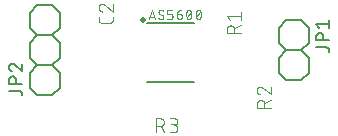
<source format=gbr>
G04 EAGLE Gerber RS-274X export*
G75*
%MOMM*%
%FSLAX34Y34*%
%LPD*%
%INSilkscreen Top*%
%IPPOS*%
%AMOC8*
5,1,8,0,0,1.08239X$1,22.5*%
G01*
%ADD10C,0.101600*%
%ADD11C,0.152400*%
%ADD12C,0.127000*%
%ADD13C,0.508000*%


D10*
X591942Y655586D02*
X591942Y652989D01*
X591940Y652890D01*
X591934Y652790D01*
X591925Y652691D01*
X591912Y652593D01*
X591895Y652495D01*
X591874Y652397D01*
X591849Y652301D01*
X591821Y652206D01*
X591789Y652112D01*
X591754Y652019D01*
X591715Y651927D01*
X591672Y651837D01*
X591627Y651749D01*
X591577Y651662D01*
X591525Y651578D01*
X591469Y651495D01*
X591411Y651415D01*
X591349Y651337D01*
X591284Y651262D01*
X591216Y651189D01*
X591146Y651119D01*
X591073Y651051D01*
X590998Y650986D01*
X590920Y650924D01*
X590840Y650866D01*
X590757Y650810D01*
X590673Y650758D01*
X590586Y650708D01*
X590498Y650663D01*
X590408Y650620D01*
X590316Y650581D01*
X590223Y650546D01*
X590129Y650514D01*
X590034Y650486D01*
X589938Y650461D01*
X589840Y650440D01*
X589742Y650423D01*
X589644Y650410D01*
X589545Y650401D01*
X589445Y650395D01*
X589346Y650393D01*
X582854Y650393D01*
X582854Y650392D02*
X582755Y650394D01*
X582655Y650400D01*
X582556Y650409D01*
X582458Y650422D01*
X582360Y650440D01*
X582262Y650460D01*
X582166Y650485D01*
X582070Y650513D01*
X581976Y650545D01*
X581883Y650580D01*
X581792Y650619D01*
X581702Y650662D01*
X581613Y650707D01*
X581527Y650757D01*
X581442Y650809D01*
X581360Y650865D01*
X581280Y650924D01*
X581202Y650985D01*
X581126Y651050D01*
X581053Y651118D01*
X580983Y651188D01*
X580915Y651261D01*
X580850Y651337D01*
X580789Y651415D01*
X580730Y651495D01*
X580674Y651577D01*
X580622Y651662D01*
X580573Y651748D01*
X580527Y651837D01*
X580484Y651927D01*
X580445Y652018D01*
X580410Y652111D01*
X580378Y652205D01*
X580350Y652301D01*
X580325Y652397D01*
X580305Y652495D01*
X580287Y652593D01*
X580274Y652691D01*
X580265Y652790D01*
X580259Y652889D01*
X580257Y652989D01*
X580258Y652989D02*
X580258Y655586D01*
X580258Y663521D02*
X580260Y663628D01*
X580266Y663734D01*
X580276Y663840D01*
X580289Y663946D01*
X580307Y664052D01*
X580328Y664156D01*
X580353Y664260D01*
X580382Y664363D01*
X580414Y664464D01*
X580451Y664564D01*
X580491Y664663D01*
X580534Y664761D01*
X580581Y664857D01*
X580632Y664951D01*
X580686Y665043D01*
X580743Y665133D01*
X580803Y665221D01*
X580867Y665306D01*
X580934Y665389D01*
X581004Y665470D01*
X581076Y665548D01*
X581152Y665624D01*
X581230Y665696D01*
X581311Y665766D01*
X581394Y665833D01*
X581479Y665897D01*
X581567Y665957D01*
X581657Y666014D01*
X581749Y666068D01*
X581843Y666119D01*
X581939Y666166D01*
X582037Y666209D01*
X582136Y666249D01*
X582236Y666286D01*
X582337Y666318D01*
X582440Y666347D01*
X582544Y666372D01*
X582648Y666393D01*
X582754Y666411D01*
X582860Y666424D01*
X582966Y666434D01*
X583072Y666440D01*
X583179Y666442D01*
X580258Y663521D02*
X580260Y663400D01*
X580266Y663279D01*
X580276Y663159D01*
X580289Y663038D01*
X580307Y662919D01*
X580328Y662799D01*
X580353Y662681D01*
X580382Y662564D01*
X580415Y662447D01*
X580451Y662332D01*
X580492Y662218D01*
X580535Y662105D01*
X580583Y661993D01*
X580634Y661884D01*
X580689Y661776D01*
X580747Y661669D01*
X580808Y661565D01*
X580873Y661463D01*
X580941Y661363D01*
X581012Y661265D01*
X581086Y661169D01*
X581163Y661076D01*
X581244Y660986D01*
X581327Y660898D01*
X581413Y660813D01*
X581502Y660730D01*
X581593Y660651D01*
X581687Y660574D01*
X581783Y660501D01*
X581881Y660431D01*
X581982Y660364D01*
X582085Y660300D01*
X582190Y660240D01*
X582297Y660182D01*
X582405Y660129D01*
X582515Y660079D01*
X582627Y660033D01*
X582740Y659990D01*
X582855Y659951D01*
X585451Y665468D02*
X585373Y665547D01*
X585293Y665623D01*
X585210Y665696D01*
X585124Y665766D01*
X585037Y665833D01*
X584946Y665897D01*
X584854Y665957D01*
X584760Y666015D01*
X584663Y666069D01*
X584565Y666119D01*
X584465Y666166D01*
X584364Y666210D01*
X584261Y666250D01*
X584156Y666286D01*
X584051Y666318D01*
X583944Y666347D01*
X583837Y666372D01*
X583728Y666394D01*
X583619Y666411D01*
X583510Y666425D01*
X583400Y666434D01*
X583289Y666440D01*
X583179Y666442D01*
X585451Y665468D02*
X591942Y659951D01*
X591942Y666442D01*
D11*
X757800Y646250D02*
X757800Y633550D01*
X751450Y627200D01*
X738750Y627200D01*
X732400Y633550D01*
X738750Y652600D02*
X751450Y652600D01*
X757800Y646250D01*
X738750Y652600D02*
X732400Y646250D01*
X732400Y633550D01*
X751450Y627200D02*
X757800Y620850D01*
X757800Y608150D01*
X751450Y601800D01*
X738750Y601800D01*
X732400Y608150D01*
X732400Y620850D01*
X738750Y627200D01*
D12*
X764023Y629538D02*
X772913Y629538D01*
X773013Y629536D01*
X773112Y629530D01*
X773212Y629520D01*
X773310Y629507D01*
X773409Y629489D01*
X773506Y629468D01*
X773602Y629443D01*
X773698Y629414D01*
X773792Y629381D01*
X773885Y629345D01*
X773976Y629305D01*
X774066Y629261D01*
X774154Y629214D01*
X774240Y629164D01*
X774324Y629110D01*
X774406Y629053D01*
X774485Y628993D01*
X774563Y628929D01*
X774637Y628863D01*
X774709Y628794D01*
X774778Y628722D01*
X774844Y628648D01*
X774908Y628570D01*
X774968Y628491D01*
X775025Y628409D01*
X775079Y628325D01*
X775129Y628239D01*
X775176Y628151D01*
X775220Y628061D01*
X775260Y627970D01*
X775296Y627877D01*
X775329Y627783D01*
X775358Y627687D01*
X775383Y627591D01*
X775404Y627494D01*
X775422Y627395D01*
X775435Y627297D01*
X775445Y627197D01*
X775451Y627098D01*
X775453Y626998D01*
X775453Y625728D01*
X775453Y635519D02*
X764023Y635519D01*
X764023Y638694D01*
X764025Y638805D01*
X764031Y638915D01*
X764040Y639026D01*
X764054Y639136D01*
X764071Y639245D01*
X764092Y639354D01*
X764117Y639462D01*
X764146Y639569D01*
X764178Y639675D01*
X764214Y639780D01*
X764254Y639883D01*
X764297Y639985D01*
X764344Y640086D01*
X764395Y640185D01*
X764448Y640282D01*
X764505Y640376D01*
X764566Y640469D01*
X764629Y640560D01*
X764696Y640649D01*
X764766Y640735D01*
X764839Y640818D01*
X764914Y640900D01*
X764992Y640978D01*
X765074Y641053D01*
X765157Y641126D01*
X765243Y641196D01*
X765332Y641263D01*
X765423Y641326D01*
X765516Y641387D01*
X765611Y641444D01*
X765707Y641497D01*
X765806Y641548D01*
X765907Y641595D01*
X766009Y641638D01*
X766112Y641678D01*
X766217Y641714D01*
X766323Y641746D01*
X766430Y641775D01*
X766538Y641800D01*
X766647Y641821D01*
X766756Y641838D01*
X766866Y641852D01*
X766977Y641861D01*
X767087Y641867D01*
X767198Y641869D01*
X767309Y641867D01*
X767419Y641861D01*
X767530Y641852D01*
X767640Y641838D01*
X767749Y641821D01*
X767858Y641800D01*
X767966Y641775D01*
X768073Y641746D01*
X768179Y641714D01*
X768284Y641678D01*
X768387Y641638D01*
X768489Y641595D01*
X768590Y641548D01*
X768689Y641497D01*
X768786Y641444D01*
X768880Y641387D01*
X768973Y641326D01*
X769064Y641263D01*
X769153Y641196D01*
X769239Y641126D01*
X769322Y641053D01*
X769404Y640978D01*
X769482Y640900D01*
X769557Y640818D01*
X769630Y640735D01*
X769700Y640649D01*
X769767Y640560D01*
X769830Y640469D01*
X769891Y640376D01*
X769948Y640282D01*
X770001Y640185D01*
X770052Y640086D01*
X770099Y639985D01*
X770142Y639883D01*
X770182Y639780D01*
X770218Y639675D01*
X770250Y639569D01*
X770279Y639462D01*
X770304Y639354D01*
X770325Y639245D01*
X770342Y639136D01*
X770356Y639026D01*
X770365Y638915D01*
X770371Y638805D01*
X770373Y638694D01*
X770373Y635519D01*
X766563Y646377D02*
X764023Y649552D01*
X775453Y649552D01*
X775453Y646377D02*
X775453Y652727D01*
D11*
X521700Y608150D02*
X521700Y595450D01*
X521700Y608150D02*
X528050Y614500D01*
X540750Y614500D01*
X547100Y608150D01*
X528050Y614500D02*
X521700Y620850D01*
X521700Y633550D01*
X528050Y639900D01*
X540750Y639900D01*
X547100Y633550D01*
X547100Y620850D01*
X540750Y614500D01*
X540750Y589100D02*
X528050Y589100D01*
X521700Y595450D01*
X540750Y589100D02*
X547100Y595450D01*
X547100Y608150D01*
X528050Y639900D02*
X521700Y646250D01*
X521700Y658950D01*
X528050Y665300D01*
X540750Y665300D01*
X547100Y658950D01*
X547100Y646250D01*
X540750Y639900D01*
D12*
X512937Y592783D02*
X504047Y592783D01*
X512937Y592783D02*
X513037Y592781D01*
X513136Y592775D01*
X513236Y592765D01*
X513334Y592752D01*
X513433Y592734D01*
X513530Y592713D01*
X513626Y592688D01*
X513722Y592659D01*
X513816Y592626D01*
X513909Y592590D01*
X514000Y592550D01*
X514090Y592506D01*
X514178Y592459D01*
X514264Y592409D01*
X514348Y592355D01*
X514430Y592298D01*
X514509Y592238D01*
X514587Y592174D01*
X514661Y592108D01*
X514733Y592039D01*
X514802Y591967D01*
X514868Y591893D01*
X514932Y591815D01*
X514992Y591736D01*
X515049Y591654D01*
X515103Y591570D01*
X515153Y591484D01*
X515200Y591396D01*
X515244Y591306D01*
X515284Y591215D01*
X515320Y591122D01*
X515353Y591028D01*
X515382Y590932D01*
X515407Y590836D01*
X515428Y590739D01*
X515446Y590640D01*
X515459Y590542D01*
X515469Y590442D01*
X515475Y590343D01*
X515477Y590243D01*
X515477Y588973D01*
X515477Y598763D02*
X504047Y598763D01*
X504047Y601938D01*
X504049Y602049D01*
X504055Y602159D01*
X504064Y602270D01*
X504078Y602380D01*
X504095Y602489D01*
X504116Y602598D01*
X504141Y602706D01*
X504170Y602813D01*
X504202Y602919D01*
X504238Y603024D01*
X504278Y603127D01*
X504321Y603229D01*
X504368Y603330D01*
X504419Y603429D01*
X504472Y603526D01*
X504529Y603620D01*
X504590Y603713D01*
X504653Y603804D01*
X504720Y603893D01*
X504790Y603979D01*
X504863Y604062D01*
X504938Y604144D01*
X505016Y604222D01*
X505098Y604297D01*
X505181Y604370D01*
X505267Y604440D01*
X505356Y604507D01*
X505447Y604570D01*
X505540Y604631D01*
X505635Y604688D01*
X505731Y604741D01*
X505830Y604792D01*
X505931Y604839D01*
X506033Y604882D01*
X506136Y604922D01*
X506241Y604958D01*
X506347Y604990D01*
X506454Y605019D01*
X506562Y605044D01*
X506671Y605065D01*
X506780Y605082D01*
X506890Y605096D01*
X507001Y605105D01*
X507111Y605111D01*
X507222Y605113D01*
X507333Y605111D01*
X507443Y605105D01*
X507554Y605096D01*
X507664Y605082D01*
X507773Y605065D01*
X507882Y605044D01*
X507990Y605019D01*
X508097Y604990D01*
X508203Y604958D01*
X508308Y604922D01*
X508411Y604882D01*
X508513Y604839D01*
X508614Y604792D01*
X508713Y604741D01*
X508810Y604688D01*
X508904Y604631D01*
X508997Y604570D01*
X509088Y604507D01*
X509177Y604440D01*
X509263Y604370D01*
X509346Y604297D01*
X509428Y604222D01*
X509506Y604144D01*
X509581Y604062D01*
X509654Y603979D01*
X509724Y603893D01*
X509791Y603804D01*
X509854Y603713D01*
X509915Y603620D01*
X509972Y603526D01*
X510025Y603429D01*
X510076Y603330D01*
X510123Y603229D01*
X510166Y603127D01*
X510206Y603024D01*
X510242Y602919D01*
X510274Y602813D01*
X510303Y602706D01*
X510328Y602598D01*
X510349Y602489D01*
X510366Y602380D01*
X510380Y602270D01*
X510389Y602159D01*
X510395Y602049D01*
X510397Y601938D01*
X510397Y598763D01*
X504047Y613114D02*
X504049Y613218D01*
X504055Y613323D01*
X504064Y613427D01*
X504077Y613530D01*
X504095Y613633D01*
X504115Y613735D01*
X504140Y613837D01*
X504168Y613937D01*
X504200Y614037D01*
X504236Y614135D01*
X504275Y614232D01*
X504317Y614327D01*
X504363Y614421D01*
X504413Y614513D01*
X504465Y614603D01*
X504521Y614691D01*
X504581Y614777D01*
X504643Y614861D01*
X504708Y614942D01*
X504776Y615021D01*
X504848Y615098D01*
X504921Y615171D01*
X504998Y615243D01*
X505077Y615311D01*
X505158Y615376D01*
X505242Y615438D01*
X505328Y615498D01*
X505416Y615554D01*
X505506Y615606D01*
X505598Y615656D01*
X505692Y615702D01*
X505787Y615744D01*
X505884Y615783D01*
X505982Y615819D01*
X506082Y615851D01*
X506182Y615879D01*
X506284Y615904D01*
X506386Y615924D01*
X506489Y615942D01*
X506592Y615955D01*
X506696Y615964D01*
X506801Y615970D01*
X506905Y615972D01*
X504047Y613114D02*
X504049Y612996D01*
X504055Y612877D01*
X504064Y612759D01*
X504077Y612642D01*
X504095Y612525D01*
X504115Y612408D01*
X504140Y612292D01*
X504168Y612177D01*
X504201Y612064D01*
X504236Y611951D01*
X504276Y611839D01*
X504318Y611729D01*
X504365Y611620D01*
X504415Y611512D01*
X504468Y611407D01*
X504525Y611303D01*
X504585Y611201D01*
X504648Y611101D01*
X504715Y611003D01*
X504784Y610907D01*
X504857Y610814D01*
X504933Y610723D01*
X505011Y610634D01*
X505093Y610548D01*
X505177Y610465D01*
X505263Y610384D01*
X505353Y610307D01*
X505444Y610232D01*
X505538Y610160D01*
X505635Y610091D01*
X505733Y610026D01*
X505834Y609963D01*
X505937Y609904D01*
X506041Y609848D01*
X506147Y609796D01*
X506255Y609747D01*
X506364Y609702D01*
X506475Y609660D01*
X506587Y609622D01*
X509127Y615020D02*
X509052Y615096D01*
X508973Y615171D01*
X508892Y615242D01*
X508808Y615311D01*
X508722Y615376D01*
X508634Y615438D01*
X508544Y615498D01*
X508452Y615554D01*
X508357Y615607D01*
X508261Y615656D01*
X508163Y615702D01*
X508064Y615745D01*
X507963Y615784D01*
X507861Y615819D01*
X507758Y615851D01*
X507654Y615879D01*
X507549Y615904D01*
X507442Y615925D01*
X507336Y615942D01*
X507229Y615955D01*
X507121Y615964D01*
X507013Y615970D01*
X506905Y615972D01*
X509127Y615019D02*
X515477Y609622D01*
X515477Y615972D01*
D10*
X688558Y641758D02*
X700242Y641758D01*
X688558Y641758D02*
X688558Y645004D01*
X688560Y645117D01*
X688566Y645230D01*
X688576Y645343D01*
X688590Y645456D01*
X688607Y645568D01*
X688629Y645679D01*
X688654Y645789D01*
X688684Y645899D01*
X688717Y646007D01*
X688754Y646114D01*
X688794Y646220D01*
X688839Y646324D01*
X688887Y646427D01*
X688938Y646528D01*
X688993Y646627D01*
X689051Y646724D01*
X689113Y646819D01*
X689178Y646912D01*
X689246Y647002D01*
X689317Y647090D01*
X689392Y647176D01*
X689469Y647259D01*
X689549Y647339D01*
X689632Y647416D01*
X689718Y647491D01*
X689806Y647562D01*
X689896Y647630D01*
X689989Y647695D01*
X690084Y647757D01*
X690181Y647815D01*
X690280Y647870D01*
X690381Y647921D01*
X690484Y647969D01*
X690588Y648014D01*
X690694Y648054D01*
X690801Y648091D01*
X690909Y648124D01*
X691019Y648154D01*
X691129Y648179D01*
X691240Y648201D01*
X691352Y648218D01*
X691465Y648232D01*
X691578Y648242D01*
X691691Y648248D01*
X691804Y648250D01*
X691917Y648248D01*
X692030Y648242D01*
X692143Y648232D01*
X692256Y648218D01*
X692368Y648201D01*
X692479Y648179D01*
X692589Y648154D01*
X692699Y648124D01*
X692807Y648091D01*
X692914Y648054D01*
X693020Y648014D01*
X693124Y647969D01*
X693227Y647921D01*
X693328Y647870D01*
X693427Y647815D01*
X693524Y647757D01*
X693619Y647695D01*
X693712Y647630D01*
X693802Y647562D01*
X693890Y647491D01*
X693976Y647416D01*
X694059Y647339D01*
X694139Y647259D01*
X694216Y647176D01*
X694291Y647090D01*
X694362Y647002D01*
X694430Y646912D01*
X694495Y646819D01*
X694557Y646724D01*
X694615Y646627D01*
X694670Y646528D01*
X694721Y646427D01*
X694769Y646324D01*
X694814Y646220D01*
X694854Y646114D01*
X694891Y646007D01*
X694924Y645899D01*
X694954Y645789D01*
X694979Y645679D01*
X695001Y645568D01*
X695018Y645456D01*
X695032Y645343D01*
X695042Y645230D01*
X695048Y645117D01*
X695050Y645004D01*
X695049Y645004D02*
X695049Y641758D01*
X695049Y645653D02*
X700242Y648249D01*
X691154Y653114D02*
X688558Y656360D01*
X700242Y656360D01*
X700242Y659605D02*
X700242Y653114D01*
X713958Y578495D02*
X725642Y578495D01*
X713958Y578495D02*
X713958Y581740D01*
X713960Y581853D01*
X713966Y581966D01*
X713976Y582079D01*
X713990Y582192D01*
X714007Y582304D01*
X714029Y582415D01*
X714054Y582525D01*
X714084Y582635D01*
X714117Y582743D01*
X714154Y582850D01*
X714194Y582956D01*
X714239Y583060D01*
X714287Y583163D01*
X714338Y583264D01*
X714393Y583363D01*
X714451Y583460D01*
X714513Y583555D01*
X714578Y583648D01*
X714646Y583738D01*
X714717Y583826D01*
X714792Y583912D01*
X714869Y583995D01*
X714949Y584075D01*
X715032Y584152D01*
X715118Y584227D01*
X715206Y584298D01*
X715296Y584366D01*
X715389Y584431D01*
X715484Y584493D01*
X715581Y584551D01*
X715680Y584606D01*
X715781Y584657D01*
X715884Y584705D01*
X715988Y584750D01*
X716094Y584790D01*
X716201Y584827D01*
X716309Y584860D01*
X716419Y584890D01*
X716529Y584915D01*
X716640Y584937D01*
X716752Y584954D01*
X716865Y584968D01*
X716978Y584978D01*
X717091Y584984D01*
X717204Y584986D01*
X717317Y584984D01*
X717430Y584978D01*
X717543Y584968D01*
X717656Y584954D01*
X717768Y584937D01*
X717879Y584915D01*
X717989Y584890D01*
X718099Y584860D01*
X718207Y584827D01*
X718314Y584790D01*
X718420Y584750D01*
X718524Y584705D01*
X718627Y584657D01*
X718728Y584606D01*
X718827Y584551D01*
X718924Y584493D01*
X719019Y584431D01*
X719112Y584366D01*
X719202Y584298D01*
X719290Y584227D01*
X719376Y584152D01*
X719459Y584075D01*
X719539Y583995D01*
X719616Y583912D01*
X719691Y583826D01*
X719762Y583738D01*
X719830Y583648D01*
X719895Y583555D01*
X719957Y583460D01*
X720015Y583363D01*
X720070Y583264D01*
X720121Y583163D01*
X720169Y583060D01*
X720214Y582956D01*
X720254Y582850D01*
X720291Y582743D01*
X720324Y582635D01*
X720354Y582525D01*
X720379Y582415D01*
X720401Y582304D01*
X720418Y582192D01*
X720432Y582079D01*
X720442Y581966D01*
X720448Y581853D01*
X720450Y581740D01*
X720449Y581740D02*
X720449Y578495D01*
X720449Y582389D02*
X725642Y584986D01*
X716879Y596342D02*
X716772Y596340D01*
X716666Y596334D01*
X716560Y596324D01*
X716454Y596311D01*
X716348Y596293D01*
X716244Y596272D01*
X716140Y596247D01*
X716037Y596218D01*
X715936Y596186D01*
X715836Y596149D01*
X715737Y596109D01*
X715639Y596066D01*
X715543Y596019D01*
X715449Y595968D01*
X715357Y595914D01*
X715267Y595857D01*
X715179Y595797D01*
X715094Y595733D01*
X715011Y595666D01*
X714930Y595596D01*
X714852Y595524D01*
X714776Y595448D01*
X714704Y595370D01*
X714634Y595289D01*
X714567Y595206D01*
X714503Y595121D01*
X714443Y595033D01*
X714386Y594943D01*
X714332Y594851D01*
X714281Y594757D01*
X714234Y594661D01*
X714191Y594563D01*
X714151Y594464D01*
X714114Y594364D01*
X714082Y594263D01*
X714053Y594160D01*
X714028Y594056D01*
X714007Y593952D01*
X713989Y593846D01*
X713976Y593740D01*
X713966Y593634D01*
X713960Y593528D01*
X713958Y593421D01*
X713960Y593300D01*
X713966Y593179D01*
X713976Y593059D01*
X713989Y592938D01*
X714007Y592819D01*
X714028Y592699D01*
X714053Y592581D01*
X714082Y592464D01*
X714115Y592347D01*
X714151Y592232D01*
X714192Y592118D01*
X714235Y592005D01*
X714283Y591893D01*
X714334Y591784D01*
X714389Y591676D01*
X714447Y591569D01*
X714508Y591465D01*
X714573Y591363D01*
X714641Y591263D01*
X714712Y591165D01*
X714786Y591069D01*
X714863Y590976D01*
X714944Y590886D01*
X715027Y590798D01*
X715113Y590713D01*
X715202Y590630D01*
X715293Y590551D01*
X715387Y590474D01*
X715483Y590401D01*
X715581Y590331D01*
X715682Y590264D01*
X715785Y590200D01*
X715890Y590140D01*
X715997Y590082D01*
X716105Y590029D01*
X716215Y589979D01*
X716327Y589933D01*
X716440Y589890D01*
X716555Y589851D01*
X719151Y595368D02*
X719073Y595447D01*
X718993Y595523D01*
X718910Y595596D01*
X718824Y595666D01*
X718737Y595733D01*
X718646Y595797D01*
X718554Y595857D01*
X718460Y595915D01*
X718363Y595969D01*
X718265Y596019D01*
X718165Y596066D01*
X718064Y596110D01*
X717961Y596150D01*
X717856Y596186D01*
X717751Y596218D01*
X717644Y596247D01*
X717537Y596272D01*
X717428Y596294D01*
X717319Y596311D01*
X717210Y596325D01*
X717100Y596334D01*
X716989Y596340D01*
X716879Y596342D01*
X719151Y595368D02*
X725642Y589851D01*
X725642Y596342D01*
X628895Y569542D02*
X628895Y557858D01*
X628895Y569542D02*
X632140Y569542D01*
X632253Y569540D01*
X632366Y569534D01*
X632479Y569524D01*
X632592Y569510D01*
X632704Y569493D01*
X632815Y569471D01*
X632925Y569446D01*
X633035Y569416D01*
X633143Y569383D01*
X633250Y569346D01*
X633356Y569306D01*
X633460Y569261D01*
X633563Y569213D01*
X633664Y569162D01*
X633763Y569107D01*
X633860Y569049D01*
X633955Y568987D01*
X634048Y568922D01*
X634138Y568854D01*
X634226Y568783D01*
X634312Y568708D01*
X634395Y568631D01*
X634475Y568551D01*
X634552Y568468D01*
X634627Y568382D01*
X634698Y568294D01*
X634766Y568204D01*
X634831Y568111D01*
X634893Y568016D01*
X634951Y567919D01*
X635006Y567820D01*
X635057Y567719D01*
X635105Y567616D01*
X635150Y567512D01*
X635190Y567406D01*
X635227Y567299D01*
X635260Y567191D01*
X635290Y567081D01*
X635315Y566971D01*
X635337Y566860D01*
X635354Y566748D01*
X635368Y566635D01*
X635378Y566522D01*
X635384Y566409D01*
X635386Y566296D01*
X635384Y566183D01*
X635378Y566070D01*
X635368Y565957D01*
X635354Y565844D01*
X635337Y565732D01*
X635315Y565621D01*
X635290Y565511D01*
X635260Y565401D01*
X635227Y565293D01*
X635190Y565186D01*
X635150Y565080D01*
X635105Y564976D01*
X635057Y564873D01*
X635006Y564772D01*
X634951Y564673D01*
X634893Y564576D01*
X634831Y564481D01*
X634766Y564388D01*
X634698Y564298D01*
X634627Y564210D01*
X634552Y564124D01*
X634475Y564041D01*
X634395Y563961D01*
X634312Y563884D01*
X634226Y563809D01*
X634138Y563738D01*
X634048Y563670D01*
X633955Y563605D01*
X633860Y563543D01*
X633763Y563485D01*
X633664Y563430D01*
X633563Y563379D01*
X633460Y563331D01*
X633356Y563286D01*
X633250Y563246D01*
X633143Y563209D01*
X633035Y563176D01*
X632925Y563146D01*
X632815Y563121D01*
X632704Y563099D01*
X632592Y563082D01*
X632479Y563068D01*
X632366Y563058D01*
X632253Y563052D01*
X632140Y563050D01*
X632140Y563051D02*
X628895Y563051D01*
X632789Y563051D02*
X635386Y557858D01*
X640251Y557858D02*
X643496Y557858D01*
X643609Y557860D01*
X643722Y557866D01*
X643835Y557876D01*
X643948Y557890D01*
X644060Y557907D01*
X644171Y557929D01*
X644281Y557954D01*
X644391Y557984D01*
X644499Y558017D01*
X644606Y558054D01*
X644712Y558094D01*
X644816Y558139D01*
X644919Y558187D01*
X645020Y558238D01*
X645119Y558293D01*
X645216Y558351D01*
X645311Y558413D01*
X645404Y558478D01*
X645494Y558546D01*
X645582Y558617D01*
X645668Y558692D01*
X645751Y558769D01*
X645831Y558849D01*
X645908Y558932D01*
X645983Y559018D01*
X646054Y559106D01*
X646122Y559196D01*
X646187Y559289D01*
X646249Y559384D01*
X646307Y559481D01*
X646362Y559580D01*
X646413Y559681D01*
X646461Y559784D01*
X646506Y559888D01*
X646546Y559994D01*
X646583Y560101D01*
X646616Y560209D01*
X646646Y560319D01*
X646671Y560429D01*
X646693Y560540D01*
X646710Y560652D01*
X646724Y560765D01*
X646734Y560878D01*
X646740Y560991D01*
X646742Y561104D01*
X646740Y561217D01*
X646734Y561330D01*
X646724Y561443D01*
X646710Y561556D01*
X646693Y561668D01*
X646671Y561779D01*
X646646Y561889D01*
X646616Y561999D01*
X646583Y562107D01*
X646546Y562214D01*
X646506Y562320D01*
X646461Y562424D01*
X646413Y562527D01*
X646362Y562628D01*
X646307Y562727D01*
X646249Y562824D01*
X646187Y562919D01*
X646122Y563012D01*
X646054Y563102D01*
X645983Y563190D01*
X645908Y563276D01*
X645831Y563359D01*
X645751Y563439D01*
X645668Y563516D01*
X645582Y563591D01*
X645494Y563662D01*
X645404Y563730D01*
X645311Y563795D01*
X645216Y563857D01*
X645119Y563915D01*
X645020Y563970D01*
X644919Y564021D01*
X644816Y564069D01*
X644712Y564114D01*
X644606Y564154D01*
X644499Y564191D01*
X644391Y564224D01*
X644281Y564254D01*
X644171Y564279D01*
X644060Y564301D01*
X643948Y564318D01*
X643835Y564332D01*
X643722Y564342D01*
X643609Y564348D01*
X643496Y564350D01*
X644146Y569542D02*
X640251Y569542D01*
X644146Y569542D02*
X644247Y569540D01*
X644347Y569534D01*
X644447Y569524D01*
X644547Y569511D01*
X644646Y569493D01*
X644745Y569472D01*
X644842Y569447D01*
X644939Y569418D01*
X645034Y569385D01*
X645128Y569349D01*
X645220Y569309D01*
X645311Y569266D01*
X645400Y569219D01*
X645487Y569169D01*
X645573Y569115D01*
X645656Y569058D01*
X645736Y568998D01*
X645815Y568935D01*
X645891Y568868D01*
X645964Y568799D01*
X646034Y568727D01*
X646102Y568653D01*
X646167Y568576D01*
X646228Y568496D01*
X646287Y568414D01*
X646342Y568330D01*
X646394Y568244D01*
X646443Y568156D01*
X646488Y568066D01*
X646530Y567974D01*
X646568Y567881D01*
X646602Y567786D01*
X646633Y567691D01*
X646660Y567594D01*
X646683Y567496D01*
X646703Y567397D01*
X646718Y567297D01*
X646730Y567197D01*
X646738Y567097D01*
X646742Y566996D01*
X646742Y566896D01*
X646738Y566795D01*
X646730Y566695D01*
X646718Y566595D01*
X646703Y566495D01*
X646683Y566396D01*
X646660Y566298D01*
X646633Y566201D01*
X646602Y566106D01*
X646568Y566011D01*
X646530Y565918D01*
X646488Y565826D01*
X646443Y565736D01*
X646394Y565648D01*
X646342Y565562D01*
X646287Y565478D01*
X646228Y565396D01*
X646167Y565316D01*
X646102Y565239D01*
X646034Y565165D01*
X645964Y565093D01*
X645891Y565024D01*
X645815Y564957D01*
X645736Y564894D01*
X645656Y564834D01*
X645573Y564777D01*
X645487Y564723D01*
X645400Y564673D01*
X645311Y564626D01*
X645220Y564583D01*
X645128Y564543D01*
X645034Y564507D01*
X644939Y564474D01*
X644842Y564445D01*
X644745Y564420D01*
X644646Y564399D01*
X644547Y564381D01*
X644447Y564368D01*
X644347Y564358D01*
X644247Y564352D01*
X644146Y564350D01*
X644146Y564349D02*
X641549Y564349D01*
D13*
X618040Y653040D03*
D12*
X620900Y600100D02*
X660900Y600100D01*
X660900Y650100D02*
X620900Y650100D01*
D10*
X622358Y653548D02*
X624983Y661422D01*
X627607Y653548D01*
X626951Y655517D02*
X623014Y655517D01*
X633154Y653548D02*
X633235Y653550D01*
X633315Y653555D01*
X633396Y653565D01*
X633476Y653578D01*
X633555Y653594D01*
X633633Y653615D01*
X633710Y653639D01*
X633786Y653666D01*
X633861Y653697D01*
X633934Y653731D01*
X634006Y653769D01*
X634075Y653810D01*
X634143Y653854D01*
X634209Y653901D01*
X634272Y653952D01*
X634333Y654005D01*
X634391Y654061D01*
X634447Y654119D01*
X634500Y654180D01*
X634551Y654243D01*
X634598Y654309D01*
X634642Y654377D01*
X634683Y654446D01*
X634721Y654518D01*
X634755Y654591D01*
X634786Y654666D01*
X634813Y654742D01*
X634837Y654819D01*
X634858Y654897D01*
X634874Y654976D01*
X634887Y655056D01*
X634897Y655137D01*
X634902Y655217D01*
X634904Y655298D01*
X633154Y653548D02*
X633037Y653550D01*
X632921Y653555D01*
X632804Y653565D01*
X632688Y653577D01*
X632573Y653594D01*
X632458Y653614D01*
X632344Y653638D01*
X632230Y653665D01*
X632118Y653696D01*
X632006Y653731D01*
X631896Y653769D01*
X631787Y653810D01*
X631679Y653855D01*
X631573Y653903D01*
X631468Y653955D01*
X631365Y654010D01*
X631264Y654068D01*
X631164Y654129D01*
X631067Y654194D01*
X630972Y654261D01*
X630878Y654332D01*
X630788Y654405D01*
X630699Y654481D01*
X630613Y654560D01*
X630530Y654641D01*
X630748Y659672D02*
X630750Y659753D01*
X630755Y659833D01*
X630765Y659914D01*
X630778Y659994D01*
X630794Y660073D01*
X630815Y660151D01*
X630839Y660228D01*
X630866Y660304D01*
X630897Y660379D01*
X630931Y660452D01*
X630969Y660524D01*
X631010Y660593D01*
X631054Y660661D01*
X631101Y660727D01*
X631152Y660790D01*
X631205Y660851D01*
X631261Y660909D01*
X631319Y660965D01*
X631380Y661018D01*
X631443Y661069D01*
X631509Y661116D01*
X631577Y661160D01*
X631646Y661201D01*
X631718Y661239D01*
X631791Y661273D01*
X631866Y661304D01*
X631942Y661331D01*
X632019Y661355D01*
X632097Y661376D01*
X632176Y661392D01*
X632256Y661405D01*
X632337Y661415D01*
X632417Y661420D01*
X632498Y661422D01*
X632609Y661420D01*
X632720Y661414D01*
X632831Y661405D01*
X632941Y661392D01*
X633051Y661375D01*
X633160Y661354D01*
X633269Y661330D01*
X633376Y661302D01*
X633483Y661271D01*
X633588Y661236D01*
X633692Y661197D01*
X633795Y661155D01*
X633896Y661109D01*
X633996Y661060D01*
X634094Y661008D01*
X634190Y660952D01*
X634284Y660893D01*
X634377Y660831D01*
X634467Y660766D01*
X631624Y658141D02*
X631553Y658185D01*
X631484Y658233D01*
X631417Y658284D01*
X631353Y658338D01*
X631291Y658394D01*
X631232Y658454D01*
X631176Y658517D01*
X631123Y658581D01*
X631073Y658649D01*
X631026Y658719D01*
X630983Y658790D01*
X630943Y658864D01*
X630907Y658940D01*
X630874Y659017D01*
X630845Y659096D01*
X630820Y659176D01*
X630798Y659257D01*
X630781Y659339D01*
X630767Y659421D01*
X630757Y659505D01*
X630751Y659588D01*
X630749Y659672D01*
X634029Y656829D02*
X634100Y656785D01*
X634169Y656737D01*
X634236Y656686D01*
X634300Y656632D01*
X634362Y656576D01*
X634421Y656516D01*
X634477Y656454D01*
X634530Y656389D01*
X634580Y656321D01*
X634627Y656251D01*
X634670Y656180D01*
X634710Y656106D01*
X634746Y656030D01*
X634779Y655953D01*
X634808Y655874D01*
X634833Y655794D01*
X634855Y655713D01*
X634872Y655631D01*
X634886Y655549D01*
X634896Y655465D01*
X634902Y655382D01*
X634904Y655298D01*
X634029Y656829D02*
X631623Y658141D01*
X638264Y653548D02*
X640889Y653548D01*
X640970Y653550D01*
X641050Y653555D01*
X641131Y653565D01*
X641211Y653578D01*
X641290Y653594D01*
X641368Y653615D01*
X641445Y653639D01*
X641521Y653666D01*
X641596Y653697D01*
X641669Y653731D01*
X641741Y653769D01*
X641810Y653810D01*
X641878Y653854D01*
X641944Y653901D01*
X642007Y653952D01*
X642068Y654005D01*
X642126Y654061D01*
X642182Y654119D01*
X642235Y654180D01*
X642286Y654243D01*
X642333Y654309D01*
X642377Y654377D01*
X642418Y654446D01*
X642456Y654518D01*
X642490Y654591D01*
X642521Y654666D01*
X642548Y654742D01*
X642572Y654819D01*
X642593Y654897D01*
X642609Y654976D01*
X642622Y655056D01*
X642632Y655137D01*
X642637Y655217D01*
X642639Y655298D01*
X642638Y655298D02*
X642638Y656173D01*
X642639Y656173D02*
X642637Y656254D01*
X642632Y656334D01*
X642622Y656415D01*
X642609Y656495D01*
X642593Y656574D01*
X642572Y656652D01*
X642548Y656729D01*
X642521Y656805D01*
X642490Y656880D01*
X642456Y656953D01*
X642418Y657025D01*
X642377Y657094D01*
X642333Y657162D01*
X642286Y657228D01*
X642235Y657291D01*
X642182Y657352D01*
X642126Y657410D01*
X642068Y657466D01*
X642007Y657519D01*
X641944Y657570D01*
X641878Y657617D01*
X641810Y657661D01*
X641741Y657702D01*
X641669Y657740D01*
X641596Y657774D01*
X641521Y657805D01*
X641445Y657832D01*
X641368Y657856D01*
X641290Y657877D01*
X641211Y657893D01*
X641131Y657906D01*
X641050Y657916D01*
X640970Y657921D01*
X640889Y657923D01*
X640889Y657922D02*
X638264Y657922D01*
X638264Y661422D01*
X642638Y661422D01*
X646265Y657922D02*
X648890Y657922D01*
X648890Y657923D02*
X648971Y657921D01*
X649051Y657916D01*
X649132Y657906D01*
X649212Y657893D01*
X649291Y657877D01*
X649369Y657856D01*
X649446Y657832D01*
X649522Y657805D01*
X649597Y657774D01*
X649670Y657740D01*
X649742Y657702D01*
X649811Y657661D01*
X649879Y657617D01*
X649945Y657570D01*
X650008Y657519D01*
X650069Y657466D01*
X650127Y657410D01*
X650183Y657352D01*
X650236Y657291D01*
X650287Y657228D01*
X650334Y657162D01*
X650378Y657094D01*
X650419Y657025D01*
X650457Y656953D01*
X650491Y656880D01*
X650522Y656805D01*
X650549Y656729D01*
X650573Y656652D01*
X650594Y656574D01*
X650610Y656495D01*
X650623Y656415D01*
X650633Y656334D01*
X650638Y656254D01*
X650640Y656173D01*
X650639Y656173D02*
X650639Y655735D01*
X650637Y655642D01*
X650631Y655550D01*
X650621Y655457D01*
X650608Y655365D01*
X650590Y655274D01*
X650568Y655184D01*
X650543Y655095D01*
X650514Y655006D01*
X650481Y654920D01*
X650445Y654834D01*
X650405Y654750D01*
X650361Y654668D01*
X650314Y654588D01*
X650264Y654510D01*
X650210Y654435D01*
X650154Y654361D01*
X650094Y654290D01*
X650031Y654222D01*
X649965Y654156D01*
X649897Y654093D01*
X649826Y654033D01*
X649752Y653977D01*
X649677Y653923D01*
X649599Y653873D01*
X649519Y653826D01*
X649437Y653782D01*
X649353Y653742D01*
X649267Y653706D01*
X649181Y653673D01*
X649092Y653644D01*
X649003Y653619D01*
X648913Y653597D01*
X648822Y653579D01*
X648730Y653566D01*
X648637Y653556D01*
X648545Y653550D01*
X648452Y653548D01*
X648359Y653550D01*
X648267Y653556D01*
X648174Y653566D01*
X648082Y653579D01*
X647991Y653597D01*
X647901Y653619D01*
X647812Y653644D01*
X647723Y653673D01*
X647637Y653706D01*
X647551Y653742D01*
X647467Y653782D01*
X647385Y653826D01*
X647305Y653873D01*
X647227Y653923D01*
X647152Y653977D01*
X647078Y654033D01*
X647007Y654093D01*
X646939Y654156D01*
X646873Y654222D01*
X646810Y654290D01*
X646750Y654361D01*
X646694Y654435D01*
X646640Y654510D01*
X646590Y654588D01*
X646543Y654668D01*
X646499Y654750D01*
X646459Y654834D01*
X646423Y654920D01*
X646390Y655006D01*
X646361Y655095D01*
X646336Y655184D01*
X646314Y655274D01*
X646296Y655365D01*
X646283Y655457D01*
X646273Y655550D01*
X646267Y655642D01*
X646265Y655735D01*
X646265Y657922D01*
X646267Y658039D01*
X646273Y658156D01*
X646283Y658272D01*
X646296Y658389D01*
X646314Y658504D01*
X646335Y658619D01*
X646360Y658733D01*
X646389Y658847D01*
X646422Y658959D01*
X646459Y659070D01*
X646499Y659180D01*
X646543Y659288D01*
X646590Y659395D01*
X646641Y659501D01*
X646696Y659604D01*
X646754Y659706D01*
X646815Y659805D01*
X646879Y659903D01*
X646947Y659998D01*
X647018Y660091D01*
X647092Y660182D01*
X647169Y660270D01*
X647249Y660355D01*
X647332Y660438D01*
X647417Y660518D01*
X647505Y660595D01*
X647596Y660669D01*
X647689Y660740D01*
X647784Y660808D01*
X647882Y660872D01*
X647981Y660933D01*
X648083Y660991D01*
X648186Y661046D01*
X648292Y661097D01*
X648399Y661144D01*
X648507Y661188D01*
X648617Y661228D01*
X648728Y661265D01*
X648840Y661298D01*
X648954Y661327D01*
X649068Y661352D01*
X649183Y661373D01*
X649298Y661391D01*
X649415Y661404D01*
X649531Y661414D01*
X649648Y661420D01*
X649765Y661422D01*
X654922Y660328D02*
X654856Y660188D01*
X654793Y660047D01*
X654734Y659904D01*
X654678Y659759D01*
X654625Y659614D01*
X654576Y659467D01*
X654530Y659319D01*
X654488Y659170D01*
X654450Y659019D01*
X654415Y658869D01*
X654384Y658717D01*
X654356Y658564D01*
X654332Y658411D01*
X654312Y658258D01*
X654296Y658104D01*
X654283Y657949D01*
X654273Y657795D01*
X654268Y657640D01*
X654266Y657485D01*
X654922Y660328D02*
X654948Y660401D01*
X654979Y660472D01*
X655012Y660541D01*
X655049Y660609D01*
X655089Y660675D01*
X655132Y660739D01*
X655178Y660801D01*
X655227Y660861D01*
X655279Y660918D01*
X655334Y660973D01*
X655391Y661025D01*
X655450Y661074D01*
X655512Y661120D01*
X655576Y661164D01*
X655642Y661204D01*
X655710Y661241D01*
X655779Y661275D01*
X655850Y661305D01*
X655922Y661333D01*
X655996Y661356D01*
X656070Y661376D01*
X656146Y661393D01*
X656222Y661405D01*
X656299Y661415D01*
X656376Y661420D01*
X656453Y661422D01*
X656530Y661420D01*
X656607Y661415D01*
X656684Y661405D01*
X656760Y661393D01*
X656835Y661376D01*
X656910Y661356D01*
X656983Y661333D01*
X657056Y661306D01*
X657127Y661275D01*
X657196Y661241D01*
X657264Y661204D01*
X657330Y661164D01*
X657393Y661121D01*
X657455Y661074D01*
X657515Y661025D01*
X657572Y660973D01*
X657626Y660918D01*
X657678Y660861D01*
X657727Y660801D01*
X657773Y660740D01*
X657816Y660676D01*
X657856Y660610D01*
X657893Y660542D01*
X657927Y660472D01*
X657957Y660401D01*
X657984Y660329D01*
X657985Y660329D02*
X658051Y660189D01*
X658114Y660047D01*
X658173Y659904D01*
X658229Y659759D01*
X658282Y659614D01*
X658331Y659467D01*
X658377Y659319D01*
X658419Y659170D01*
X658457Y659020D01*
X658492Y658869D01*
X658523Y658717D01*
X658551Y658564D01*
X658575Y658411D01*
X658595Y658258D01*
X658611Y658104D01*
X658624Y657949D01*
X658634Y657795D01*
X658639Y657640D01*
X658641Y657485D01*
X654266Y657485D02*
X654268Y657330D01*
X654273Y657175D01*
X654283Y657021D01*
X654296Y656866D01*
X654312Y656712D01*
X654332Y656559D01*
X654356Y656406D01*
X654384Y656253D01*
X654415Y656102D01*
X654450Y655951D01*
X654488Y655800D01*
X654530Y655651D01*
X654576Y655503D01*
X654625Y655356D01*
X654678Y655211D01*
X654734Y655066D01*
X654793Y654923D01*
X654856Y654782D01*
X654922Y654642D01*
X654948Y654569D01*
X654979Y654498D01*
X655012Y654429D01*
X655049Y654361D01*
X655089Y654295D01*
X655132Y654231D01*
X655178Y654169D01*
X655227Y654109D01*
X655279Y654052D01*
X655334Y653997D01*
X655391Y653945D01*
X655450Y653896D01*
X655512Y653850D01*
X655576Y653806D01*
X655642Y653766D01*
X655710Y653729D01*
X655779Y653695D01*
X655850Y653665D01*
X655922Y653637D01*
X655996Y653614D01*
X656070Y653594D01*
X656146Y653577D01*
X656222Y653565D01*
X656299Y653555D01*
X656376Y653550D01*
X656453Y653548D01*
X657985Y654641D02*
X658051Y654782D01*
X658114Y654923D01*
X658173Y655066D01*
X658229Y655211D01*
X658282Y655356D01*
X658331Y655503D01*
X658377Y655651D01*
X658419Y655800D01*
X658457Y655950D01*
X658492Y656101D01*
X658523Y656253D01*
X658551Y656406D01*
X658575Y656559D01*
X658595Y656712D01*
X658611Y656866D01*
X658624Y657021D01*
X658634Y657175D01*
X658639Y657330D01*
X658641Y657485D01*
X657984Y654641D02*
X657957Y654569D01*
X657927Y654498D01*
X657893Y654428D01*
X657856Y654360D01*
X657816Y654294D01*
X657773Y654230D01*
X657727Y654169D01*
X657678Y654109D01*
X657626Y654052D01*
X657572Y653997D01*
X657515Y653945D01*
X657455Y653896D01*
X657393Y653849D01*
X657330Y653806D01*
X657264Y653766D01*
X657196Y653729D01*
X657127Y653695D01*
X657056Y653664D01*
X656983Y653637D01*
X656910Y653614D01*
X656835Y653594D01*
X656760Y653577D01*
X656684Y653565D01*
X656607Y653555D01*
X656530Y653550D01*
X656453Y653548D01*
X654703Y655298D02*
X658203Y659672D01*
X662267Y657485D02*
X662269Y657640D01*
X662274Y657795D01*
X662284Y657949D01*
X662297Y658104D01*
X662313Y658258D01*
X662333Y658411D01*
X662357Y658564D01*
X662385Y658717D01*
X662416Y658869D01*
X662451Y659019D01*
X662489Y659170D01*
X662531Y659319D01*
X662577Y659467D01*
X662626Y659614D01*
X662679Y659759D01*
X662735Y659904D01*
X662794Y660047D01*
X662857Y660188D01*
X662923Y660328D01*
X662949Y660401D01*
X662980Y660472D01*
X663013Y660541D01*
X663050Y660609D01*
X663090Y660675D01*
X663133Y660739D01*
X663179Y660801D01*
X663228Y660861D01*
X663280Y660918D01*
X663335Y660973D01*
X663392Y661025D01*
X663451Y661074D01*
X663513Y661120D01*
X663577Y661164D01*
X663643Y661204D01*
X663711Y661241D01*
X663780Y661275D01*
X663851Y661305D01*
X663923Y661333D01*
X663997Y661356D01*
X664071Y661376D01*
X664147Y661393D01*
X664223Y661405D01*
X664300Y661415D01*
X664377Y661420D01*
X664454Y661422D01*
X664531Y661420D01*
X664608Y661415D01*
X664685Y661405D01*
X664761Y661393D01*
X664836Y661376D01*
X664911Y661356D01*
X664984Y661333D01*
X665057Y661306D01*
X665128Y661275D01*
X665197Y661241D01*
X665265Y661204D01*
X665331Y661164D01*
X665394Y661121D01*
X665456Y661074D01*
X665516Y661025D01*
X665573Y660973D01*
X665627Y660918D01*
X665679Y660861D01*
X665728Y660801D01*
X665774Y660740D01*
X665817Y660676D01*
X665857Y660610D01*
X665894Y660542D01*
X665928Y660472D01*
X665958Y660401D01*
X665985Y660329D01*
X665986Y660329D02*
X666052Y660189D01*
X666115Y660047D01*
X666174Y659904D01*
X666230Y659759D01*
X666283Y659614D01*
X666332Y659467D01*
X666378Y659319D01*
X666420Y659170D01*
X666458Y659020D01*
X666493Y658869D01*
X666524Y658717D01*
X666552Y658564D01*
X666576Y658411D01*
X666596Y658258D01*
X666612Y658104D01*
X666625Y657949D01*
X666635Y657795D01*
X666640Y657640D01*
X666642Y657485D01*
X662267Y657485D02*
X662269Y657330D01*
X662274Y657175D01*
X662284Y657021D01*
X662297Y656866D01*
X662313Y656712D01*
X662333Y656559D01*
X662357Y656406D01*
X662385Y656253D01*
X662416Y656102D01*
X662451Y655951D01*
X662489Y655800D01*
X662531Y655651D01*
X662577Y655503D01*
X662626Y655356D01*
X662679Y655211D01*
X662735Y655066D01*
X662794Y654923D01*
X662857Y654782D01*
X662923Y654642D01*
X662949Y654569D01*
X662980Y654498D01*
X663013Y654429D01*
X663050Y654361D01*
X663090Y654295D01*
X663133Y654231D01*
X663179Y654169D01*
X663228Y654109D01*
X663280Y654052D01*
X663335Y653997D01*
X663392Y653945D01*
X663451Y653896D01*
X663513Y653850D01*
X663577Y653806D01*
X663643Y653766D01*
X663711Y653729D01*
X663780Y653695D01*
X663851Y653665D01*
X663923Y653637D01*
X663997Y653614D01*
X664071Y653594D01*
X664147Y653577D01*
X664223Y653565D01*
X664300Y653555D01*
X664377Y653550D01*
X664454Y653548D01*
X665986Y654641D02*
X666052Y654782D01*
X666115Y654923D01*
X666174Y655066D01*
X666230Y655211D01*
X666283Y655356D01*
X666332Y655503D01*
X666378Y655651D01*
X666420Y655800D01*
X666458Y655950D01*
X666493Y656101D01*
X666524Y656253D01*
X666552Y656406D01*
X666576Y656559D01*
X666596Y656712D01*
X666612Y656866D01*
X666625Y657021D01*
X666635Y657175D01*
X666640Y657330D01*
X666642Y657485D01*
X665985Y654641D02*
X665958Y654569D01*
X665928Y654498D01*
X665894Y654428D01*
X665857Y654360D01*
X665817Y654294D01*
X665774Y654230D01*
X665728Y654169D01*
X665679Y654109D01*
X665627Y654052D01*
X665573Y653997D01*
X665516Y653945D01*
X665456Y653896D01*
X665394Y653849D01*
X665331Y653806D01*
X665265Y653766D01*
X665197Y653729D01*
X665128Y653695D01*
X665057Y653664D01*
X664984Y653637D01*
X664911Y653614D01*
X664836Y653594D01*
X664761Y653577D01*
X664685Y653565D01*
X664608Y653555D01*
X664531Y653550D01*
X664454Y653548D01*
X662704Y655298D02*
X666204Y659672D01*
M02*

</source>
